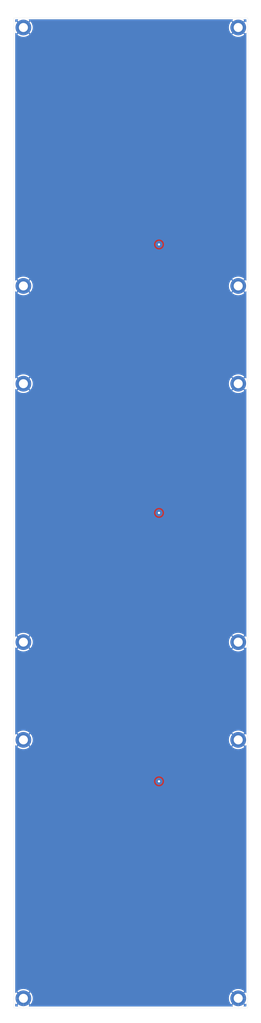
<source format=kicad_pcb>
(kicad_pcb (version 20241229) (generator "pcbnew") (generator_version "9.0")
  (title_block (title "Radio Occultation Antenna  Array") (date "2025-06-18") (rev "v1.0") (company "SpaceLab-UFSC") (comment 1 "Acad. Lucas Ryan Carneiro") (comment 2 "Eng. Yunior Alcantara Guevara"))
  (layers (0 "F.Cu" signal) (2 "B.Cu" signal) (13 "F.Paste" user) (15 "B.Paste" user) (5 "F.SilkS" user "F.Silkscreen") (7 "B.SilkS" user "B.Silkscreen") (1 "F.Mask" user) (3 "B.Mask" user) (25 "Edge.Cuts" user))
  (net 0 "")
  (net 1 "GND")
  (footprint "" (layer "F.Cu") (at 280.3 39.35)
    (property "Reference" "" (at 0 0 0) (layer "F.SilkS") (effects (font (size 1.27 1.27))))
    (property "Value" "")
    (pad "1" thru_hole circle (at 0 0) (size 5.6 5.6) (drill 3.2) (layers "*.Cu" "*.Mask") (net 1 "GND"))
  )
  (footprint "" (layer "F.Cu") (at 204.1 130.95)
    (property "Reference" "" (at 0 0 0) (layer "F.SilkS") (effects (font (size 1.27 1.27))))
    (property "Value" "")
    (pad "1" thru_hole circle (at 0 0) (size 5.6 5.6) (drill 3.2) (layers "*.Cu" "*.Mask") (net 1 "GND"))
  )
  (footprint "" (layer "F.Cu") (at 204.1 383.45)
    (property "Reference" "" (at 0 0 0) (layer "F.SilkS") (effects (font (size 1.27 1.27))))
    (property "Value" "")
    (pad "1" thru_hole circle (at 0 0) (size 5.6 5.6) (drill 3.2) (layers "*.Cu" "*.Mask") (net 1 "GND"))
  )
  (footprint "" (layer "F.Cu") (at 204.1 39.35)
    (property "Reference" "" (at 0 0 0) (layer "F.SilkS") (effects (font (size 1.27 1.27))))
    (property "Value" "")
    (pad "1" thru_hole circle (at 0 0) (size 5.6 5.6) (drill 3.2) (layers "*.Cu" "*.Mask") (net 1 "GND"))
  )
  (footprint "" (layer "F.Cu") (at 280.3 257.2)
    (property "Reference" "" (at 0 0 0) (layer "F.SilkS") (effects (font (size 1.27 1.27))))
    (property "Value" "")
    (pad "1" thru_hole circle (at 0 0) (size 5.6 5.6) (drill 3.2) (layers "*.Cu" "*.Mask") (net 1 "GND"))
  )
  (footprint "" (layer "F.Cu") (at 204.1 165.6)
    (property "Reference" "" (at 0 0 0) (layer "F.SilkS") (effects (font (size 1.27 1.27))))
    (property "Value" "")
    (pad "1" thru_hole circle (at 0 0) (size 5.6 5.6) (drill 3.2) (layers "*.Cu" "*.Mask") (net 1 "GND"))
  )
  (footprint "spacelab_lib:ro-antenna-element" (layer "F.Cu") (at 242.2 211.4)
    (property "Reference" "A2" (hide yes))
    (property "Value" "~" (hide yes))
    (pad "1" thru_hole circle (at 10 0) (size 2.54 2.54) (drill 0.8) (layers "*.Cu" "*.Mask"))
  )
  (footprint "" (layer "F.Cu") (at 280.3 291.85)
    (property "Reference" "" (at 0 0 0) (layer "F.SilkS") (effects (font (size 1.27 1.27))))
    (property "Value" "")
    (pad "1" thru_hole circle (at 0 0) (size 5.6 5.6) (drill 3.2) (layers "*.Cu" "*.Mask") (net 1 "GND"))
  )
  (footprint "spacelab_lib:ro-antenna-element" (layer "F.Cu") (at 242.2 306.547)
    (property "Reference" "A3" (hide yes))
    (property "Value" "~" (hide yes))
    (pad "1" thru_hole circle (at 10 0) (size 2.54 2.54) (drill 0.8) (layers "*.Cu" "*.Mask"))
  )
  (footprint "" (layer "F.Cu") (at 280.3 165.6)
    (property "Reference" "" (at 0 0 0) (layer "F.SilkS") (effects (font (size 1.27 1.27))))
    (property "Value" "")
    (pad "1" thru_hole circle (at 0 0) (size 5.6 5.6) (drill 3.2) (layers "*.Cu" "*.Mask") (net 1 "GND"))
  )
  (footprint "" (layer "F.Cu") (at 204.1 291.85)
    (property "Reference" "" (at 0 0 0) (layer "F.SilkS") (effects (font (size 1.27 1.27))))
    (property "Value" "")
    (pad "1" thru_hole circle (at 0 0) (size 5.6 5.6) (drill 3.2) (layers "*.Cu" "*.Mask") (net 1 "GND"))
  )
  (footprint "" (layer "F.Cu") (at 280.3 383.45)
    (property "Reference" "" (at 0 0 0) (layer "F.SilkS") (effects (font (size 1.27 1.27))))
    (property "Value" "")
    (pad "1" thru_hole circle (at 0 0) (size 5.6 5.6) (drill 3.2) (layers "*.Cu" "*.Mask") (net 1 "GND"))
  )
  (footprint "spacelab_lib:ro-antenna-element" (layer "F.Cu") (at 242.2 116.253)
    (property "Reference" "A1" (hide yes))
    (property "Value" "~" (hide yes))
    (pad "1" thru_hole circle (at 10 0) (size 2.54 2.54) (drill 0.8) (layers "*.Cu" "*.Mask"))
  )
  (footprint "" (layer "F.Cu") (at 204.1 257.2)
    (property "Reference" "" (at 0 0 0) (layer "F.SilkS") (effects (font (size 1.27 1.27))))
    (property "Value" "")
    (pad "1" thru_hole circle (at 0 0) (size 5.6 5.6) (drill 3.2) (layers "*.Cu" "*.Mask") (net 1 "GND"))
  )
  (footprint "" (layer "F.Cu") (at 280.3 130.95)
    (property "Reference" "" (at 0 0 0) (layer "F.SilkS") (effects (font (size 1.27 1.27))))
    (property "Value" "")
    (pad "1" thru_hole circle (at 0 0) (size 5.6 5.6) (drill 3.2) (layers "*.Cu" "*.Mask") (net 1 "GND"))
  )
  (gr_poly (pts (xy 217.2 103.753) (xy 229.7 91.253) (xy 254.7 91.253) (xy 267.2 103.753) (xy 267.2 128.753) (xy 254.7 141.253) (xy 229.7 141.253) (xy 217.2 128.753)) (fill yes) (layer "F.Cu"))
  (gr_poly (pts (xy 217.2 294.047) (xy 229.7 281.547) (xy 254.7 281.547) (xy 267.2 294.047) (xy 267.2 319.047) (xy 254.7 331.547) (xy 229.7 331.547) (xy 217.2 319.047)) (fill yes) (layer "F.Cu"))
  (gr_poly (pts (xy 217.2 198.9) (xy 229.7 186.4) (xy 254.7 186.4) (xy 267.2 198.9) (xy 267.2 223.9) (xy 254.7 236.4) (xy 229.7 236.4) (xy 217.2 223.9)) (fill yes) (layer "F.Cu"))
  (gr_rect (start 200.7 35.95) (end 283.7 386.85) (stroke (width 0.05)) (fill no) (layer "Edge.Cuts"))
  (gr_rect (start 280.3 383.45) (end 283.7 386.85) (stroke (width 0.05)) (fill no) (layer "Edge.Cuts"))
  (gr_rect (start 200.7 383.45) (end 204.1 386.85) (stroke (width 0.05)) (fill no) (layer "Edge.Cuts"))
  (zone (net 1) (net_name "GND") (layer "B.Cu") (connect_pads (clearance 0.5)) (min_thickness 0.25) (fill yes (thermal_gap 0.5) (thermal_bridge_width 0.5) (island_removal_mode 1) (island_area_min 10))
    (polygon (pts (xy 195.8 29.6) (xy 288.4 29.6) (xy 288.4 392.2) (xy 195.8 392.2)))
  )
)
</source>
